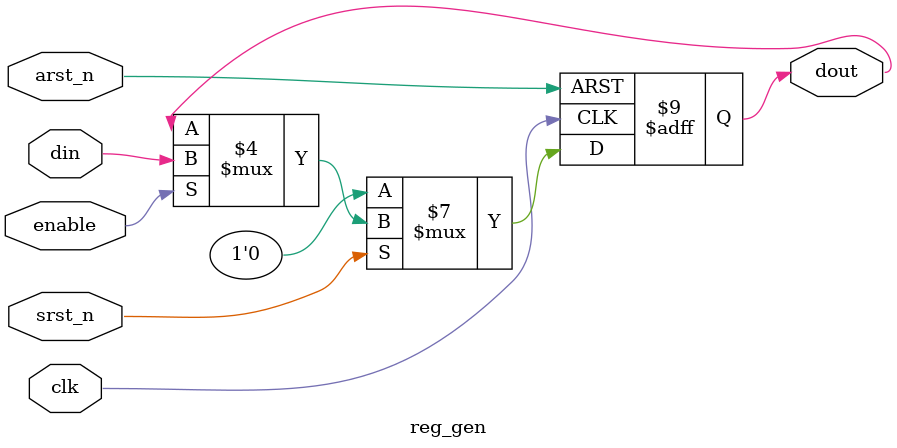
<source format=v>

module reg_gen # (
									parameter	width		=		1
								 )
								 (
									 input			clk,
									 input			arst_n,
									 input			srst_n,
									 input			enable,
									 input			[width-1:0]	din,
									 output reg [width-1:0]	dout
								 )/* synthesis syn_builtin_du = "weak" */;
	
	always @ (posedge clk or negedge arst_n)
		begin
			if(~arst_n)
				dout <= 0;
			else
				begin
					if(~srst_n)
						dout <= 0;
					else if(enable)
						dout <= din;
				end
		end
endmodule

</source>
